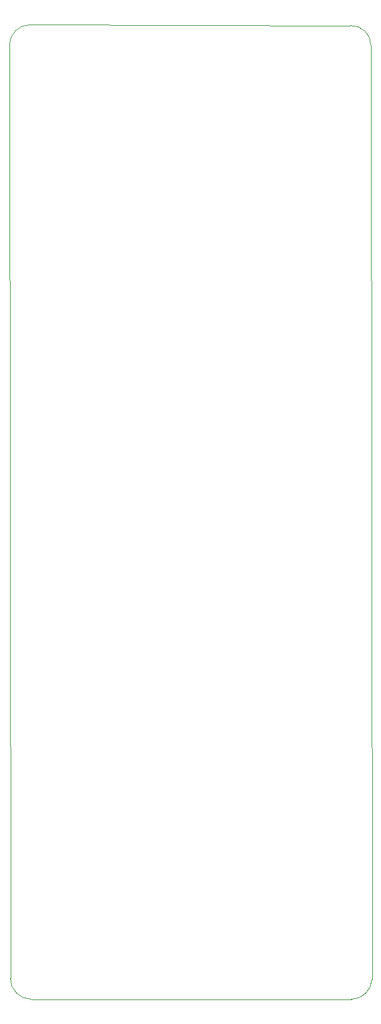
<source format=gbr>
%TF.GenerationSoftware,KiCad,Pcbnew,7.0.8*%
%TF.CreationDate,2024-03-21T14:49:46+01:00*%
%TF.ProjectId,so-dimm-debugger-programmer,736f2d64-696d-46d2-9d64-656275676765,REV.02*%
%TF.SameCoordinates,Original*%
%TF.FileFunction,Profile,NP*%
%FSLAX46Y46*%
G04 Gerber Fmt 4.6, Leading zero omitted, Abs format (unit mm)*
G04 Created by KiCad (PCBNEW 7.0.8) date 2024-03-21 14:49:46*
%MOMM*%
%LPD*%
G01*
G04 APERTURE LIST*
%TA.AperFunction,Profile*%
%ADD10C,0.100000*%
%TD*%
G04 APERTURE END LIST*
D10*
X139881206Y-168772391D02*
G75*
G03*
X142675204Y-166102546I-6J2796891D01*
G01*
X96574205Y-37578547D02*
X139754206Y-37705546D01*
X93907153Y-165975547D02*
G75*
G03*
X96701205Y-168769547I2794047J47D01*
G01*
X96574205Y-37578545D02*
G75*
G03*
X93780205Y-40372547I5J-2794005D01*
G01*
X142551228Y-40372546D02*
X142675205Y-166102546D01*
X139881206Y-168772430D02*
X96701205Y-168769547D01*
X142551175Y-40372546D02*
G75*
G03*
X139754206Y-37705547I-2669975J46D01*
G01*
X93907205Y-165975547D02*
X93780205Y-40372547D01*
M02*

</source>
